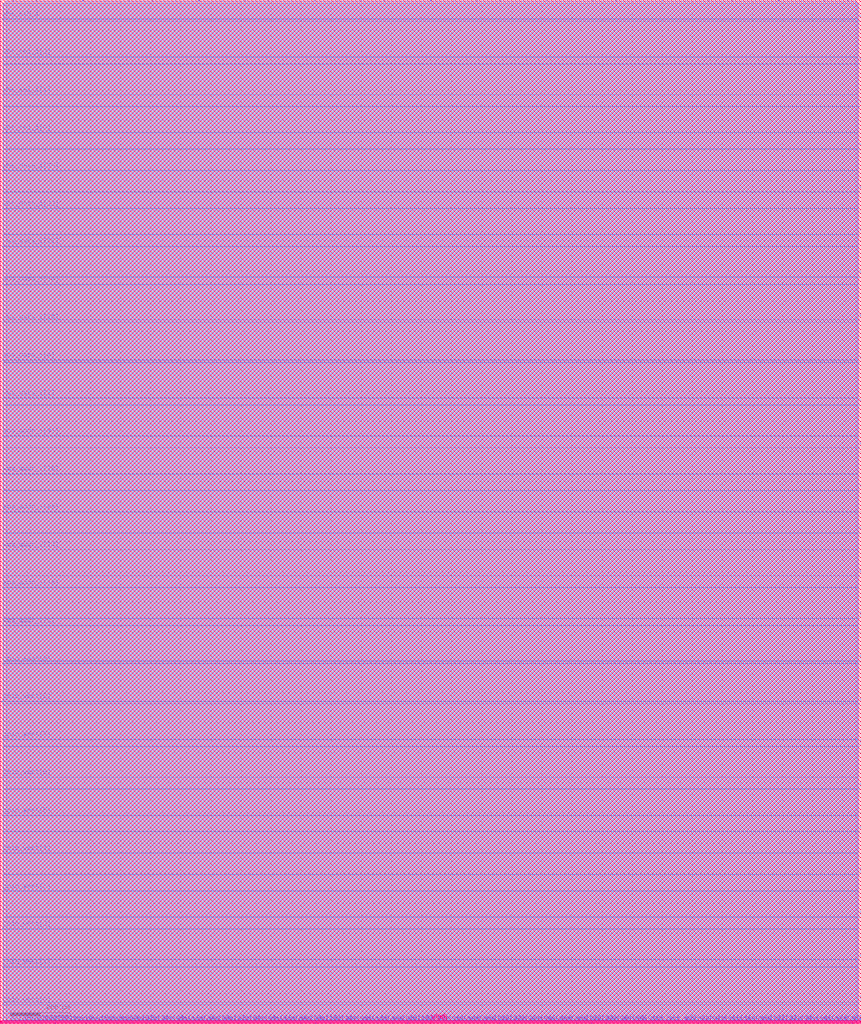
<source format=lef>
VERSION 5.7 ;
  NOWIREEXTENSIONATPIN ON ;
  DIVIDERCHAR "/" ;
  BUSBITCHARS "[]" ;
MACRO fpga
  CLASS BLOCK ;
  FOREIGN fpga ;
  ORIGIN 0.000 0.000 ;
  SIZE 2860.860 BY 3400.460 ;
  PIN gpio_east[0]
    DIRECTION INOUT ;
    PORT
      LAYER met3 ;
        RECT 2851.580 70.990 2855.580 71.590 ;
    END
  END gpio_east[0]
  PIN gpio_east[1]
    DIRECTION INOUT ;
    PORT
      LAYER met3 ;
        RECT 2851.580 212.430 2855.580 213.030 ;
    END
  END gpio_east[1]
  PIN gpio_east[2]
    DIRECTION INOUT ;
    PORT
      LAYER met3 ;
        RECT 2851.580 353.870 2855.580 354.470 ;
    END
  END gpio_east[2]
  PIN gpio_east[3]
    DIRECTION INOUT ;
    PORT
      LAYER met3 ;
        RECT 2851.580 495.990 2855.580 496.590 ;
    END
  END gpio_east[3]
  PIN gpio_east[4]
    DIRECTION INOUT ;
    PORT
      LAYER met3 ;
        RECT 2851.580 637.430 2855.580 638.030 ;
    END
  END gpio_east[4]
  PIN gpio_east[5]
    DIRECTION INOUT ;
    PORT
      LAYER met3 ;
        RECT 2851.580 778.870 2855.580 779.470 ;
    END
  END gpio_east[5]
  PIN gpio_east[6]
    DIRECTION INOUT ;
    PORT
      LAYER met3 ;
        RECT 2851.580 920.990 2855.580 921.590 ;
    END
  END gpio_east[6]
  PIN gpio_east[7]
    DIRECTION INOUT ;
    PORT
      LAYER met3 ;
        RECT 2851.580 1062.430 2855.580 1063.030 ;
    END
  END gpio_east[7]
  PIN gpio_east[8]
    DIRECTION INOUT ;
    PORT
      LAYER met3 ;
        RECT 2851.580 1203.870 2855.580 1204.470 ;
    END
  END gpio_east[8]
  PIN gpio_east[9]
    DIRECTION INOUT ;
    PORT
      LAYER met3 ;
        RECT 2851.580 1345.990 2855.580 1346.590 ;
    END
  END gpio_east[9]
  PIN gpio_north[0]
    DIRECTION INOUT ;
    PORT
      LAYER met2 ;
        RECT 43.850 3396.230 44.130 3400.230 ;
    END
  END gpio_north[0]
  PIN gpio_north[1]
    DIRECTION INOUT ;
    PORT
      LAYER met2 ;
        RECT 120.670 3396.230 120.950 3400.230 ;
    END
  END gpio_north[1]
  PIN gpio_north[2]
    DIRECTION INOUT ;
    PORT
      LAYER met2 ;
        RECT 197.490 3396.230 197.770 3400.230 ;
    END
  END gpio_north[2]
  PIN gpio_north[3]
    DIRECTION INOUT ;
    PORT
      LAYER met2 ;
        RECT 274.770 3396.230 275.050 3400.230 ;
    END
  END gpio_north[3]
  PIN gpio_north[4]
    DIRECTION INOUT ;
    PORT
      LAYER met2 ;
        RECT 351.590 3396.230 351.870 3400.230 ;
    END
  END gpio_north[4]
  PIN gpio_north[5]
    DIRECTION INOUT ;
    PORT
      LAYER met2 ;
        RECT 428.870 3396.230 429.150 3400.230 ;
    END
  END gpio_north[5]
  PIN gpio_north[6]
    DIRECTION INOUT ;
    PORT
      LAYER met2 ;
        RECT 505.690 3396.230 505.970 3400.230 ;
    END
  END gpio_north[6]
  PIN gpio_north[7]
    DIRECTION INOUT ;
    PORT
      LAYER met2 ;
        RECT 582.970 3396.230 583.250 3400.230 ;
    END
  END gpio_north[7]
  PIN gpio_north[8]
    DIRECTION INOUT ;
    PORT
      LAYER met2 ;
        RECT 659.790 3396.230 660.070 3400.230 ;
    END
  END gpio_north[8]
  PIN gpio_north[9]
    DIRECTION INOUT ;
    PORT
      LAYER met2 ;
        RECT 737.070 3396.230 737.350 3400.230 ;
    END
  END gpio_north[9]
  PIN gpio_south[0]
    DIRECTION INOUT ;
    PORT
      LAYER met2 ;
        RECT 30.970 0.230 31.250 4.230 ;
    END
  END gpio_south[0]
  PIN gpio_south[1]
    DIRECTION INOUT ;
    PORT
      LAYER met2 ;
        RECT 81.570 0.230 81.850 4.230 ;
    END
  END gpio_south[1]
  PIN gpio_south[2]
    DIRECTION INOUT ;
    PORT
      LAYER met2 ;
        RECT 132.630 0.230 132.910 4.230 ;
    END
  END gpio_south[2]
  PIN gpio_south[3]
    DIRECTION INOUT ;
    PORT
      LAYER met2 ;
        RECT 183.230 0.230 183.510 4.230 ;
    END
  END gpio_south[3]
  PIN gpio_south[4]
    DIRECTION INOUT ;
    PORT
      LAYER met2 ;
        RECT 234.290 0.230 234.570 4.230 ;
    END
  END gpio_south[4]
  PIN gpio_south[5]
    DIRECTION INOUT ;
    PORT
      LAYER met2 ;
        RECT 285.350 0.230 285.630 4.230 ;
    END
  END gpio_south[5]
  PIN gpio_south[6]
    DIRECTION INOUT ;
    PORT
      LAYER met2 ;
        RECT 335.950 0.230 336.230 4.230 ;
    END
  END gpio_south[6]
  PIN gpio_south[7]
    DIRECTION INOUT ;
    PORT
      LAYER met2 ;
        RECT 387.010 0.230 387.290 4.230 ;
    END
  END gpio_south[7]
  PIN gpio_west[0]
    DIRECTION INOUT ;
    PORT
      LAYER met3 ;
        RECT 5.580 62.830 9.580 63.430 ;
    END
  END gpio_west[0]
  PIN gpio_west[1]
    DIRECTION INOUT ;
    PORT
      LAYER met3 ;
        RECT 5.580 188.630 9.580 189.230 ;
    END
  END gpio_west[1]
  PIN gpio_west[2]
    DIRECTION INOUT ;
    PORT
      LAYER met3 ;
        RECT 5.580 314.430 9.580 315.030 ;
    END
  END gpio_west[2]
  PIN gpio_west[3]
    DIRECTION INOUT ;
    PORT
      LAYER met3 ;
        RECT 5.580 440.230 9.580 440.830 ;
    END
  END gpio_west[3]
  PIN gpio_west[4]
    DIRECTION INOUT ;
    PORT
      LAYER met3 ;
        RECT 5.580 566.030 9.580 566.630 ;
    END
  END gpio_west[4]
  PIN gpio_west[5]
    DIRECTION INOUT ;
    PORT
      LAYER met3 ;
        RECT 5.580 691.830 9.580 692.430 ;
    END
  END gpio_west[5]
  PIN gpio_west[6]
    DIRECTION INOUT ;
    PORT
      LAYER met3 ;
        RECT 5.580 818.310 9.580 818.910 ;
    END
  END gpio_west[6]
  PIN gpio_west[7]
    DIRECTION INOUT ;
    PORT
      LAYER met3 ;
        RECT 5.580 944.110 9.580 944.710 ;
    END
  END gpio_west[7]
  PIN gpio_west[8]
    DIRECTION INOUT ;
    PORT
      LAYER met3 ;
        RECT 5.580 1069.910 9.580 1070.510 ;
    END
  END gpio_west[8]
  PIN gpio_west[9]
    DIRECTION INOUT ;
    PORT
      LAYER met3 ;
        RECT 5.580 1195.710 9.580 1196.310 ;
    END
  END gpio_west[9]
  PIN wb_clk_i
    DIRECTION INPUT ;
    PORT
      LAYER met2 ;
        RECT 2066.470 0.230 2066.750 4.230 ;
    END
  END wb_clk_i
  PIN wb_rst_i
    DIRECTION INPUT ;
    PORT
      LAYER met2 ;
        RECT 2117.530 0.230 2117.810 4.230 ;
    END
  END wb_rst_i
  PIN wbs_ack_o
    DIRECTION OUTPUT TRISTATE ;
    PORT
      LAYER met2 ;
        RECT 2168.590 0.230 2168.870 4.230 ;
    END
  END wbs_ack_o
  PIN wbs_addr_i[0]
    DIRECTION INPUT ;
    PORT
      LAYER met2 ;
        RECT 2219.190 0.230 2219.470 4.230 ;
    END
  END wbs_addr_i[0]
  PIN wbs_addr_i[10]
    DIRECTION INPUT ;
    PORT
      LAYER met2 ;
        RECT 1198.910 3396.230 1199.190 3400.230 ;
    END
  END wbs_addr_i[10]
  PIN wbs_addr_i[11]
    DIRECTION INPUT ;
    PORT
      LAYER met2 ;
        RECT 1276.190 3396.230 1276.470 3400.230 ;
    END
  END wbs_addr_i[11]
  PIN wbs_addr_i[12]
    DIRECTION INPUT ;
    PORT
      LAYER met2 ;
        RECT 1353.010 3396.230 1353.290 3400.230 ;
    END
  END wbs_addr_i[12]
  PIN wbs_addr_i[13]
    DIRECTION INPUT ;
    PORT
      LAYER met3 ;
        RECT 5.580 1447.990 9.580 1448.590 ;
    END
  END wbs_addr_i[13]
  PIN wbs_addr_i[14]
    DIRECTION INPUT ;
    PORT
      LAYER met3 ;
        RECT 5.580 1573.790 9.580 1574.390 ;
    END
  END wbs_addr_i[14]
  PIN wbs_addr_i[15]
    DIRECTION INPUT ;
    PORT
      LAYER met2 ;
        RECT 1430.290 3396.230 1430.570 3400.230 ;
    END
  END wbs_addr_i[15]
  PIN wbs_addr_i[16]
    DIRECTION INPUT ;
    PORT
      LAYER met2 ;
        RECT 2371.910 0.230 2372.190 4.230 ;
    END
  END wbs_addr_i[16]
  PIN wbs_addr_i[17]
    DIRECTION INPUT ;
    PORT
      LAYER met2 ;
        RECT 2422.970 0.230 2423.250 4.230 ;
    END
  END wbs_addr_i[17]
  PIN wbs_addr_i[18]
    DIRECTION INPUT ;
    PORT
      LAYER met3 ;
        RECT 2851.580 1628.870 2855.580 1629.470 ;
    END
  END wbs_addr_i[18]
  PIN wbs_addr_i[19]
    DIRECTION INPUT ;
    PORT
      LAYER met3 ;
        RECT 2851.580 1770.990 2855.580 1771.590 ;
    END
  END wbs_addr_i[19]
  PIN wbs_addr_i[1]
    DIRECTION INPUT ;
    PORT
      LAYER met2 ;
        RECT 2270.250 0.230 2270.530 4.230 ;
    END
  END wbs_addr_i[1]
  PIN wbs_addr_i[20]
    DIRECTION INPUT ;
    PORT
      LAYER met2 ;
        RECT 1507.110 3396.230 1507.390 3400.230 ;
    END
  END wbs_addr_i[20]
  PIN wbs_addr_i[21]
    DIRECTION INPUT ;
    PORT
      LAYER met2 ;
        RECT 1584.390 3396.230 1584.670 3400.230 ;
    END
  END wbs_addr_i[21]
  PIN wbs_addr_i[22]
    DIRECTION INPUT ;
    PORT
      LAYER met2 ;
        RECT 1661.210 3396.230 1661.490 3400.230 ;
    END
  END wbs_addr_i[22]
  PIN wbs_addr_i[23]
    DIRECTION INPUT ;
    PORT
      LAYER met3 ;
        RECT 5.580 1699.590 9.580 1700.190 ;
    END
  END wbs_addr_i[23]
  PIN wbs_addr_i[24]
    DIRECTION INPUT ;
    PORT
      LAYER met3 ;
        RECT 2851.580 1912.430 2855.580 1913.030 ;
    END
  END wbs_addr_i[24]
  PIN wbs_addr_i[25]
    DIRECTION INPUT ;
    PORT
      LAYER met2 ;
        RECT 1738.490 3396.230 1738.770 3400.230 ;
    END
  END wbs_addr_i[25]
  PIN wbs_addr_i[26]
    DIRECTION INPUT ;
    PORT
      LAYER met2 ;
        RECT 1815.310 3396.230 1815.590 3400.230 ;
    END
  END wbs_addr_i[26]
  PIN wbs_addr_i[27]
    DIRECTION INPUT ;
    PORT
      LAYER met2 ;
        RECT 1892.590 3396.230 1892.870 3400.230 ;
    END
  END wbs_addr_i[27]
  PIN wbs_addr_i[28]
    DIRECTION INPUT ;
    PORT
      LAYER met3 ;
        RECT 5.580 1825.390 9.580 1825.990 ;
    END
  END wbs_addr_i[28]
  PIN wbs_addr_i[29]
    DIRECTION INPUT ;
    PORT
      LAYER met2 ;
        RECT 1969.410 3396.230 1969.690 3400.230 ;
    END
  END wbs_addr_i[29]
  PIN wbs_addr_i[2]
    DIRECTION INPUT ;
    PORT
      LAYER met2 ;
        RECT 813.890 3396.230 814.170 3400.230 ;
    END
  END wbs_addr_i[2]
  PIN wbs_addr_i[30]
    DIRECTION INPUT ;
    PORT
      LAYER met3 ;
        RECT 2851.580 2053.870 2855.580 2054.470 ;
    END
  END wbs_addr_i[30]
  PIN wbs_addr_i[31]
    DIRECTION INPUT ;
    PORT
      LAYER met3 ;
        RECT 5.580 1951.190 9.580 1951.790 ;
    END
  END wbs_addr_i[31]
  PIN wbs_addr_i[3]
    DIRECTION INPUT ;
    PORT
      LAYER met2 ;
        RECT 2320.850 0.230 2321.130 4.230 ;
    END
  END wbs_addr_i[3]
  PIN wbs_addr_i[4]
    DIRECTION INPUT ;
    PORT
      LAYER met2 ;
        RECT 891.170 3396.230 891.450 3400.230 ;
    END
  END wbs_addr_i[4]
  PIN wbs_addr_i[5]
    DIRECTION INPUT ;
    PORT
      LAYER met3 ;
        RECT 5.580 1321.510 9.580 1322.110 ;
    END
  END wbs_addr_i[5]
  PIN wbs_addr_i[6]
    DIRECTION INPUT ;
    PORT
      LAYER met2 ;
        RECT 967.990 3396.230 968.270 3400.230 ;
    END
  END wbs_addr_i[6]
  PIN wbs_addr_i[7]
    DIRECTION INPUT ;
    PORT
      LAYER met2 ;
        RECT 1044.810 3396.230 1045.090 3400.230 ;
    END
  END wbs_addr_i[7]
  PIN wbs_addr_i[8]
    DIRECTION INPUT ;
    PORT
      LAYER met3 ;
        RECT 2851.580 1487.430 2855.580 1488.030 ;
    END
  END wbs_addr_i[8]
  PIN wbs_addr_i[9]
    DIRECTION INPUT ;
    PORT
      LAYER met2 ;
        RECT 1122.090 3396.230 1122.370 3400.230 ;
    END
  END wbs_addr_i[9]
  PIN wbs_cyc_i
    DIRECTION INPUT ;
    PORT
      LAYER met3 ;
        RECT 2851.580 2195.990 2855.580 2196.590 ;
    END
  END wbs_cyc_i
  PIN wbs_data_i[0]
    DIRECTION INPUT ;
    PORT
      LAYER met3 ;
        RECT 2851.580 2337.430 2855.580 2338.030 ;
    END
  END wbs_data_i[0]
  PIN wbs_data_i[10]
    DIRECTION INPUT ;
    PORT
      LAYER met3 ;
        RECT 5.580 2329.270 9.580 2329.870 ;
    END
  END wbs_data_i[10]
  PIN wbs_data_i[11]
    DIRECTION INPUT ;
    PORT
      LAYER met2 ;
        RECT 2354.430 3396.230 2354.710 3400.230 ;
    END
  END wbs_data_i[11]
  PIN wbs_data_i[12]
    DIRECTION INPUT ;
    PORT
      LAYER met3 ;
        RECT 2851.580 2620.990 2855.580 2621.590 ;
    END
  END wbs_data_i[12]
  PIN wbs_data_i[13]
    DIRECTION INPUT ;
    PORT
      LAYER met2 ;
        RECT 2431.710 3396.230 2431.990 3400.230 ;
    END
  END wbs_data_i[13]
  PIN wbs_data_i[14]
    DIRECTION INPUT ;
    PORT
      LAYER met3 ;
        RECT 5.580 2455.070 9.580 2455.670 ;
    END
  END wbs_data_i[14]
  PIN wbs_data_i[15]
    DIRECTION INPUT ;
    PORT
      LAYER met2 ;
        RECT 2508.530 3396.230 2508.810 3400.230 ;
    END
  END wbs_data_i[15]
  PIN wbs_data_i[16]
    DIRECTION INPUT ;
    PORT
      LAYER met2 ;
        RECT 2575.690 0.230 2575.970 4.230 ;
    END
  END wbs_data_i[16]
  PIN wbs_data_i[17]
    DIRECTION INPUT ;
    PORT
      LAYER met2 ;
        RECT 2626.290 0.230 2626.570 4.230 ;
    END
  END wbs_data_i[17]
  PIN wbs_data_i[18]
    DIRECTION INPUT ;
    PORT
      LAYER met2 ;
        RECT 2677.350 0.230 2677.630 4.230 ;
    END
  END wbs_data_i[18]
  PIN wbs_data_i[19]
    DIRECTION INPUT ;
    PORT
      LAYER met3 ;
        RECT 2851.580 2762.430 2855.580 2763.030 ;
    END
  END wbs_data_i[19]
  PIN wbs_data_i[1]
    DIRECTION INPUT ;
    PORT
      LAYER met3 ;
        RECT 5.580 2076.990 9.580 2077.590 ;
    END
  END wbs_data_i[1]
  PIN wbs_data_i[20]
    DIRECTION INPUT ;
    PORT
      LAYER met3 ;
        RECT 2851.580 2903.870 2855.580 2904.470 ;
    END
  END wbs_data_i[20]
  PIN wbs_data_i[21]
    DIRECTION INPUT ;
    PORT
      LAYER met3 ;
        RECT 5.580 2580.870 9.580 2581.470 ;
    END
  END wbs_data_i[21]
  PIN wbs_data_i[22]
    DIRECTION INPUT ;
    PORT
      LAYER met3 ;
        RECT 5.580 2706.670 9.580 2707.270 ;
    END
  END wbs_data_i[22]
  PIN wbs_data_i[23]
    DIRECTION INPUT ;
    PORT
      LAYER met2 ;
        RECT 2728.410 0.230 2728.690 4.230 ;
    END
  END wbs_data_i[23]
  PIN wbs_data_i[24]
    DIRECTION INPUT ;
    PORT
      LAYER met3 ;
        RECT 2851.580 3045.990 2855.580 3046.590 ;
    END
  END wbs_data_i[24]
  PIN wbs_data_i[25]
    DIRECTION INPUT ;
    PORT
      LAYER met2 ;
        RECT 2585.810 3396.230 2586.090 3400.230 ;
    END
  END wbs_data_i[25]
  PIN wbs_data_i[26]
    DIRECTION INPUT ;
    PORT
      LAYER met2 ;
        RECT 2779.010 0.230 2779.290 4.230 ;
    END
  END wbs_data_i[26]
  PIN wbs_data_i[27]
    DIRECTION INPUT ;
    PORT
      LAYER met2 ;
        RECT 2662.630 3396.230 2662.910 3400.230 ;
    END
  END wbs_data_i[27]
  PIN wbs_data_i[28]
    DIRECTION INPUT ;
    PORT
      LAYER met2 ;
        RECT 2739.910 3396.230 2740.190 3400.230 ;
    END
  END wbs_data_i[28]
  PIN wbs_data_i[29]
    DIRECTION INPUT ;
    PORT
      LAYER met2 ;
        RECT 2830.070 0.230 2830.350 4.230 ;
    END
  END wbs_data_i[29]
  PIN wbs_data_i[2]
    DIRECTION INPUT ;
    PORT
      LAYER met2 ;
        RECT 2046.230 3396.230 2046.510 3400.230 ;
    END
  END wbs_data_i[2]
  PIN wbs_data_i[30]
    DIRECTION INPUT ;
    PORT
      LAYER met3 ;
        RECT 5.580 2833.150 9.580 2833.750 ;
    END
  END wbs_data_i[30]
  PIN wbs_data_i[31]
    DIRECTION INPUT ;
    PORT
      LAYER met2 ;
        RECT 2816.730 3396.230 2817.010 3400.230 ;
    END
  END wbs_data_i[31]
  PIN wbs_data_i[3]
    DIRECTION INPUT ;
    PORT
      LAYER met2 ;
        RECT 2473.570 0.230 2473.850 4.230 ;
    END
  END wbs_data_i[3]
  PIN wbs_data_i[4]
    DIRECTION INPUT ;
    PORT
      LAYER met3 ;
        RECT 5.580 2203.470 9.580 2204.070 ;
    END
  END wbs_data_i[4]
  PIN wbs_data_i[5]
    DIRECTION INPUT ;
    PORT
      LAYER met2 ;
        RECT 2123.510 3396.230 2123.790 3400.230 ;
    END
  END wbs_data_i[5]
  PIN wbs_data_i[6]
    DIRECTION INPUT ;
    PORT
      LAYER met2 ;
        RECT 2200.330 3396.230 2200.610 3400.230 ;
    END
  END wbs_data_i[6]
  PIN wbs_data_i[7]
    DIRECTION INPUT ;
    PORT
      LAYER met2 ;
        RECT 2524.630 0.230 2524.910 4.230 ;
    END
  END wbs_data_i[7]
  PIN wbs_data_i[8]
    DIRECTION INPUT ;
    PORT
      LAYER met3 ;
        RECT 2851.580 2478.870 2855.580 2479.470 ;
    END
  END wbs_data_i[8]
  PIN wbs_data_i[9]
    DIRECTION INPUT ;
    PORT
      LAYER met2 ;
        RECT 2277.610 3396.230 2277.890 3400.230 ;
    END
  END wbs_data_i[9]
  PIN wbs_data_o[0]
    DIRECTION OUTPUT TRISTATE ;
    PORT
      LAYER met2 ;
        RECT 438.070 0.230 438.350 4.230 ;
    END
  END wbs_data_o[0]
  PIN wbs_data_o[10]
    DIRECTION OUTPUT TRISTATE ;
    PORT
      LAYER met2 ;
        RECT 946.830 0.230 947.110 4.230 ;
    END
  END wbs_data_o[10]
  PIN wbs_data_o[11]
    DIRECTION OUTPUT TRISTATE ;
    PORT
      LAYER met2 ;
        RECT 997.890 0.230 998.170 4.230 ;
    END
  END wbs_data_o[11]
  PIN wbs_data_o[12]
    DIRECTION OUTPUT TRISTATE ;
    PORT
      LAYER met2 ;
        RECT 1048.490 0.230 1048.770 4.230 ;
    END
  END wbs_data_o[12]
  PIN wbs_data_o[13]
    DIRECTION OUTPUT TRISTATE ;
    PORT
      LAYER met2 ;
        RECT 1099.550 0.230 1099.830 4.230 ;
    END
  END wbs_data_o[13]
  PIN wbs_data_o[14]
    DIRECTION OUTPUT TRISTATE ;
    PORT
      LAYER met2 ;
        RECT 1150.610 0.230 1150.890 4.230 ;
    END
  END wbs_data_o[14]
  PIN wbs_data_o[15]
    DIRECTION OUTPUT TRISTATE ;
    PORT
      LAYER met2 ;
        RECT 1201.210 0.230 1201.490 4.230 ;
    END
  END wbs_data_o[15]
  PIN wbs_data_o[16]
    DIRECTION OUTPUT TRISTATE ;
    PORT
      LAYER met2 ;
        RECT 1252.270 0.230 1252.550 4.230 ;
    END
  END wbs_data_o[16]
  PIN wbs_data_o[17]
    DIRECTION OUTPUT TRISTATE ;
    PORT
      LAYER met2 ;
        RECT 1303.330 0.230 1303.610 4.230 ;
    END
  END wbs_data_o[17]
  PIN wbs_data_o[18]
    DIRECTION OUTPUT TRISTATE ;
    PORT
      LAYER met2 ;
        RECT 1353.930 0.230 1354.210 4.230 ;
    END
  END wbs_data_o[18]
  PIN wbs_data_o[19]
    DIRECTION OUTPUT TRISTATE ;
    PORT
      LAYER met2 ;
        RECT 1404.990 0.230 1405.270 4.230 ;
    END
  END wbs_data_o[19]
  PIN wbs_data_o[1]
    DIRECTION OUTPUT TRISTATE ;
    PORT
      LAYER met2 ;
        RECT 488.670 0.230 488.950 4.230 ;
    END
  END wbs_data_o[1]
  PIN wbs_data_o[20]
    DIRECTION OUTPUT TRISTATE ;
    PORT
      LAYER met2 ;
        RECT 1456.050 0.230 1456.330 4.230 ;
    END
  END wbs_data_o[20]
  PIN wbs_data_o[21]
    DIRECTION OUTPUT TRISTATE ;
    PORT
      LAYER met2 ;
        RECT 1506.650 0.230 1506.930 4.230 ;
    END
  END wbs_data_o[21]
  PIN wbs_data_o[22]
    DIRECTION OUTPUT TRISTATE ;
    PORT
      LAYER met2 ;
        RECT 1557.710 0.230 1557.990 4.230 ;
    END
  END wbs_data_o[22]
  PIN wbs_data_o[23]
    DIRECTION OUTPUT TRISTATE ;
    PORT
      LAYER met2 ;
        RECT 1608.310 0.230 1608.590 4.230 ;
    END
  END wbs_data_o[23]
  PIN wbs_data_o[24]
    DIRECTION OUTPUT TRISTATE ;
    PORT
      LAYER met2 ;
        RECT 1659.370 0.230 1659.650 4.230 ;
    END
  END wbs_data_o[24]
  PIN wbs_data_o[25]
    DIRECTION OUTPUT TRISTATE ;
    PORT
      LAYER met2 ;
        RECT 1710.430 0.230 1710.710 4.230 ;
    END
  END wbs_data_o[25]
  PIN wbs_data_o[26]
    DIRECTION OUTPUT TRISTATE ;
    PORT
      LAYER met2 ;
        RECT 1761.030 0.230 1761.310 4.230 ;
    END
  END wbs_data_o[26]
  PIN wbs_data_o[27]
    DIRECTION OUTPUT TRISTATE ;
    PORT
      LAYER met2 ;
        RECT 1812.090 0.230 1812.370 4.230 ;
    END
  END wbs_data_o[27]
  PIN wbs_data_o[28]
    DIRECTION OUTPUT TRISTATE ;
    PORT
      LAYER met2 ;
        RECT 1863.150 0.230 1863.430 4.230 ;
    END
  END wbs_data_o[28]
  PIN wbs_data_o[29]
    DIRECTION OUTPUT TRISTATE ;
    PORT
      LAYER met2 ;
        RECT 1913.750 0.230 1914.030 4.230 ;
    END
  END wbs_data_o[29]
  PIN wbs_data_o[2]
    DIRECTION OUTPUT TRISTATE ;
    PORT
      LAYER met2 ;
        RECT 539.730 0.230 540.010 4.230 ;
    END
  END wbs_data_o[2]
  PIN wbs_data_o[30]
    DIRECTION OUTPUT TRISTATE ;
    PORT
      LAYER met2 ;
        RECT 1964.810 0.230 1965.090 4.230 ;
    END
  END wbs_data_o[30]
  PIN wbs_data_o[31]
    DIRECTION OUTPUT TRISTATE ;
    PORT
      LAYER met2 ;
        RECT 2015.870 0.230 2016.150 4.230 ;
    END
  END wbs_data_o[31]
  PIN wbs_data_o[3]
    DIRECTION OUTPUT TRISTATE ;
    PORT
      LAYER met2 ;
        RECT 590.790 0.230 591.070 4.230 ;
    END
  END wbs_data_o[3]
  PIN wbs_data_o[4]
    DIRECTION OUTPUT TRISTATE ;
    PORT
      LAYER met2 ;
        RECT 641.390 0.230 641.670 4.230 ;
    END
  END wbs_data_o[4]
  PIN wbs_data_o[5]
    DIRECTION OUTPUT TRISTATE ;
    PORT
      LAYER met2 ;
        RECT 692.450 0.230 692.730 4.230 ;
    END
  END wbs_data_o[5]
  PIN wbs_data_o[6]
    DIRECTION OUTPUT TRISTATE ;
    PORT
      LAYER met2 ;
        RECT 743.510 0.230 743.790 4.230 ;
    END
  END wbs_data_o[6]
  PIN wbs_data_o[7]
    DIRECTION OUTPUT TRISTATE ;
    PORT
      LAYER met2 ;
        RECT 794.110 0.230 794.390 4.230 ;
    END
  END wbs_data_o[7]
  PIN wbs_data_o[8]
    DIRECTION OUTPUT TRISTATE ;
    PORT
      LAYER met2 ;
        RECT 845.170 0.230 845.450 4.230 ;
    END
  END wbs_data_o[8]
  PIN wbs_data_o[9]
    DIRECTION OUTPUT TRISTATE ;
    PORT
      LAYER met2 ;
        RECT 895.770 0.230 896.050 4.230 ;
    END
  END wbs_data_o[9]
  PIN wbs_sel_i[0]
    DIRECTION INPUT ;
    PORT
      LAYER met3 ;
        RECT 5.580 2958.950 9.580 2959.550 ;
    END
  END wbs_sel_i[0]
  PIN wbs_sel_i[1]
    DIRECTION INPUT ;
    PORT
      LAYER met3 ;
        RECT 5.580 3084.750 9.580 3085.350 ;
    END
  END wbs_sel_i[1]
  PIN wbs_sel_i[2]
    DIRECTION INPUT ;
    PORT
      LAYER met3 ;
        RECT 5.580 3210.550 9.580 3211.150 ;
    END
  END wbs_sel_i[2]
  PIN wbs_sel_i[3]
    DIRECTION INPUT ;
    PORT
      LAYER met3 ;
        RECT 2851.580 3187.430 2855.580 3188.030 ;
    END
  END wbs_sel_i[3]
  PIN wbs_stb_i
    DIRECTION INPUT ;
    PORT
      LAYER met3 ;
        RECT 5.580 3336.350 9.580 3336.950 ;
    END
  END wbs_stb_i
  PIN wbs_we_i
    DIRECTION INPUT ;
    PORT
      LAYER met3 ;
        RECT 2851.580 3328.870 2855.580 3329.470 ;
    END
  END wbs_we_i
  PIN VPWR
    DIRECTION INPUT ;
    USE POWER ;
    PORT
      LAYER met5 ;
        RECT 4.600 4.610 2856.260 7.610 ;
    END
  END VPWR
  PIN VGND
    DIRECTION INPUT ;
    USE GROUND ;
    PORT
      LAYER met5 ;
        RECT 0.000 0.010 2860.860 3.010 ;
    END
  END VGND
  OBS
      LAYER li1 ;
        RECT 11.100 11.025 2849.760 3389.435 ;
      LAYER met1 ;
        RECT 11.100 10.870 2849.760 3389.590 ;
      LAYER met2 ;
        RECT 19.930 3395.950 43.570 3396.230 ;
        RECT 44.410 3395.950 120.390 3396.230 ;
        RECT 121.230 3395.950 197.210 3396.230 ;
        RECT 198.050 3395.950 274.490 3396.230 ;
        RECT 275.330 3395.950 351.310 3396.230 ;
        RECT 352.150 3395.950 428.590 3396.230 ;
        RECT 429.430 3395.950 505.410 3396.230 ;
        RECT 506.250 3395.950 582.690 3396.230 ;
        RECT 583.530 3395.950 659.510 3396.230 ;
        RECT 660.350 3395.950 736.790 3396.230 ;
        RECT 737.630 3395.950 813.610 3396.230 ;
        RECT 814.450 3395.950 890.890 3396.230 ;
        RECT 891.730 3395.950 967.710 3396.230 ;
        RECT 968.550 3395.950 1044.530 3396.230 ;
        RECT 1045.370 3395.950 1121.810 3396.230 ;
        RECT 1122.650 3395.950 1198.630 3396.230 ;
        RECT 1199.470 3395.950 1275.910 3396.230 ;
        RECT 1276.750 3395.950 1352.730 3396.230 ;
        RECT 1353.570 3395.950 1430.010 3396.230 ;
        RECT 1430.850 3395.950 1506.830 3396.230 ;
        RECT 1507.670 3395.950 1584.110 3396.230 ;
        RECT 1584.950 3395.950 1660.930 3396.230 ;
        RECT 1661.770 3395.950 1738.210 3396.230 ;
        RECT 1739.050 3395.950 1815.030 3396.230 ;
        RECT 1815.870 3395.950 1892.310 3396.230 ;
        RECT 1893.150 3395.950 1969.130 3396.230 ;
        RECT 1969.970 3395.950 2045.950 3396.230 ;
        RECT 2046.790 3395.950 2123.230 3396.230 ;
        RECT 2124.070 3395.950 2200.050 3396.230 ;
        RECT 2200.890 3395.950 2277.330 3396.230 ;
        RECT 2278.170 3395.950 2354.150 3396.230 ;
        RECT 2354.990 3395.950 2431.430 3396.230 ;
        RECT 2432.270 3395.950 2508.250 3396.230 ;
        RECT 2509.090 3395.950 2585.530 3396.230 ;
        RECT 2586.370 3395.950 2662.350 3396.230 ;
        RECT 2663.190 3395.950 2739.630 3396.230 ;
        RECT 2740.470 3395.950 2816.450 3396.230 ;
        RECT 2817.290 3395.950 2844.160 3396.230 ;
        RECT 19.930 4.510 2844.160 3395.950 ;
        RECT 19.930 4.230 30.690 4.510 ;
        RECT 31.530 4.230 81.290 4.510 ;
        RECT 82.130 4.230 132.350 4.510 ;
        RECT 133.190 4.230 182.950 4.510 ;
        RECT 183.790 4.230 234.010 4.510 ;
        RECT 234.850 4.230 285.070 4.510 ;
        RECT 285.910 4.230 335.670 4.510 ;
        RECT 336.510 4.230 386.730 4.510 ;
        RECT 387.570 4.230 437.790 4.510 ;
        RECT 438.630 4.230 488.390 4.510 ;
        RECT 489.230 4.230 539.450 4.510 ;
        RECT 540.290 4.230 590.510 4.510 ;
        RECT 591.350 4.230 641.110 4.510 ;
        RECT 641.950 4.230 692.170 4.510 ;
        RECT 693.010 4.230 743.230 4.510 ;
        RECT 744.070 4.230 793.830 4.510 ;
        RECT 794.670 4.230 844.890 4.510 ;
        RECT 845.730 4.230 895.490 4.510 ;
        RECT 896.330 4.230 946.550 4.510 ;
        RECT 947.390 4.230 997.610 4.510 ;
        RECT 998.450 4.230 1048.210 4.510 ;
        RECT 1049.050 4.230 1099.270 4.510 ;
        RECT 1100.110 4.230 1150.330 4.510 ;
        RECT 1151.170 4.230 1200.930 4.510 ;
        RECT 1201.770 4.230 1251.990 4.510 ;
        RECT 1252.830 4.230 1303.050 4.510 ;
        RECT 1303.890 4.230 1353.650 4.510 ;
        RECT 1354.490 4.230 1404.710 4.510 ;
        RECT 1405.550 4.230 1455.770 4.510 ;
        RECT 1456.610 4.230 1506.370 4.510 ;
        RECT 1507.210 4.230 1557.430 4.510 ;
        RECT 1558.270 4.230 1608.030 4.510 ;
        RECT 1608.870 4.230 1659.090 4.510 ;
        RECT 1659.930 4.230 1710.150 4.510 ;
        RECT 1710.990 4.230 1760.750 4.510 ;
        RECT 1761.590 4.230 1811.810 4.510 ;
        RECT 1812.650 4.230 1862.870 4.510 ;
        RECT 1863.710 4.230 1913.470 4.510 ;
        RECT 1914.310 4.230 1964.530 4.510 ;
        RECT 1965.370 4.230 2015.590 4.510 ;
        RECT 2016.430 4.230 2066.190 4.510 ;
        RECT 2067.030 4.230 2117.250 4.510 ;
        RECT 2118.090 4.230 2168.310 4.510 ;
        RECT 2169.150 4.230 2218.910 4.510 ;
        RECT 2219.750 4.230 2269.970 4.510 ;
        RECT 2270.810 4.230 2320.570 4.510 ;
        RECT 2321.410 4.230 2371.630 4.510 ;
        RECT 2372.470 4.230 2422.690 4.510 ;
        RECT 2423.530 4.230 2473.290 4.510 ;
        RECT 2474.130 4.230 2524.350 4.510 ;
        RECT 2525.190 4.230 2575.410 4.510 ;
        RECT 2576.250 4.230 2626.010 4.510 ;
        RECT 2626.850 4.230 2677.070 4.510 ;
        RECT 2677.910 4.230 2728.130 4.510 ;
        RECT 2728.970 4.230 2778.730 4.510 ;
        RECT 2779.570 4.230 2829.790 4.510 ;
        RECT 2830.630 4.230 2844.160 4.510 ;
      LAYER met3 ;
        RECT 9.580 3337.350 2851.580 3389.515 ;
        RECT 9.980 3335.950 2851.580 3337.350 ;
        RECT 9.580 3329.870 2851.580 3335.950 ;
        RECT 9.580 3328.470 2851.180 3329.870 ;
        RECT 9.580 3211.550 2851.580 3328.470 ;
        RECT 9.980 3210.150 2851.580 3211.550 ;
        RECT 9.580 3188.430 2851.580 3210.150 ;
        RECT 9.580 3187.030 2851.180 3188.430 ;
        RECT 9.580 3085.750 2851.580 3187.030 ;
        RECT 9.980 3084.350 2851.580 3085.750 ;
        RECT 9.580 3046.990 2851.580 3084.350 ;
        RECT 9.580 3045.590 2851.180 3046.990 ;
        RECT 9.580 2959.950 2851.580 3045.590 ;
        RECT 9.980 2958.550 2851.580 2959.950 ;
        RECT 9.580 2904.870 2851.580 2958.550 ;
        RECT 9.580 2903.470 2851.180 2904.870 ;
        RECT 9.580 2834.150 2851.580 2903.470 ;
        RECT 9.980 2832.750 2851.580 2834.150 ;
        RECT 9.580 2763.430 2851.580 2832.750 ;
        RECT 9.580 2762.030 2851.180 2763.430 ;
        RECT 9.580 2707.670 2851.580 2762.030 ;
        RECT 9.980 2706.270 2851.580 2707.670 ;
        RECT 9.580 2621.990 2851.580 2706.270 ;
        RECT 9.580 2620.590 2851.180 2621.990 ;
        RECT 9.580 2581.870 2851.580 2620.590 ;
        RECT 9.980 2580.470 2851.580 2581.870 ;
        RECT 9.580 2479.870 2851.580 2580.470 ;
        RECT 9.580 2478.470 2851.180 2479.870 ;
        RECT 9.580 2456.070 2851.580 2478.470 ;
        RECT 9.980 2454.670 2851.580 2456.070 ;
        RECT 9.580 2338.430 2851.580 2454.670 ;
        RECT 9.580 2337.030 2851.180 2338.430 ;
        RECT 9.580 2330.270 2851.580 2337.030 ;
        RECT 9.980 2328.870 2851.580 2330.270 ;
        RECT 9.580 2204.470 2851.580 2328.870 ;
        RECT 9.980 2203.070 2851.580 2204.470 ;
        RECT 9.580 2196.990 2851.580 2203.070 ;
        RECT 9.580 2195.590 2851.180 2196.990 ;
        RECT 9.580 2077.990 2851.580 2195.590 ;
        RECT 9.980 2076.590 2851.580 2077.990 ;
        RECT 9.580 2054.870 2851.580 2076.590 ;
        RECT 9.580 2053.470 2851.180 2054.870 ;
        RECT 9.580 1952.190 2851.580 2053.470 ;
        RECT 9.980 1950.790 2851.580 1952.190 ;
        RECT 9.580 1913.430 2851.580 1950.790 ;
        RECT 9.580 1912.030 2851.180 1913.430 ;
        RECT 9.580 1826.390 2851.580 1912.030 ;
        RECT 9.980 1824.990 2851.580 1826.390 ;
        RECT 9.580 1771.990 2851.580 1824.990 ;
        RECT 9.580 1770.590 2851.180 1771.990 ;
        RECT 9.580 1700.590 2851.580 1770.590 ;
        RECT 9.980 1699.190 2851.580 1700.590 ;
        RECT 9.580 1629.870 2851.580 1699.190 ;
        RECT 9.580 1628.470 2851.180 1629.870 ;
        RECT 9.580 1574.790 2851.580 1628.470 ;
        RECT 9.980 1573.390 2851.580 1574.790 ;
        RECT 9.580 1488.430 2851.580 1573.390 ;
        RECT 9.580 1487.030 2851.180 1488.430 ;
        RECT 9.580 1448.990 2851.580 1487.030 ;
        RECT 9.980 1447.590 2851.580 1448.990 ;
        RECT 9.580 1346.990 2851.580 1447.590 ;
        RECT 9.580 1345.590 2851.180 1346.990 ;
        RECT 9.580 1322.510 2851.580 1345.590 ;
        RECT 9.980 1321.110 2851.580 1322.510 ;
        RECT 9.580 1204.870 2851.580 1321.110 ;
        RECT 9.580 1203.470 2851.180 1204.870 ;
        RECT 9.580 1196.710 2851.580 1203.470 ;
        RECT 9.980 1195.310 2851.580 1196.710 ;
        RECT 9.580 1070.910 2851.580 1195.310 ;
        RECT 9.980 1069.510 2851.580 1070.910 ;
        RECT 9.580 1063.430 2851.580 1069.510 ;
        RECT 9.580 1062.030 2851.180 1063.430 ;
        RECT 9.580 945.110 2851.580 1062.030 ;
        RECT 9.980 943.710 2851.580 945.110 ;
        RECT 9.580 921.990 2851.580 943.710 ;
        RECT 9.580 920.590 2851.180 921.990 ;
        RECT 9.580 819.310 2851.580 920.590 ;
        RECT 9.980 817.910 2851.580 819.310 ;
        RECT 9.580 779.870 2851.580 817.910 ;
        RECT 9.580 778.470 2851.180 779.870 ;
        RECT 9.580 692.830 2851.580 778.470 ;
        RECT 9.980 691.430 2851.580 692.830 ;
        RECT 9.580 638.430 2851.580 691.430 ;
        RECT 9.580 637.030 2851.180 638.430 ;
        RECT 9.580 567.030 2851.580 637.030 ;
        RECT 9.980 565.630 2851.580 567.030 ;
        RECT 9.580 496.990 2851.580 565.630 ;
        RECT 9.580 495.590 2851.180 496.990 ;
        RECT 9.580 441.230 2851.580 495.590 ;
        RECT 9.980 439.830 2851.580 441.230 ;
        RECT 9.580 354.870 2851.580 439.830 ;
        RECT 9.580 353.470 2851.180 354.870 ;
        RECT 9.580 315.430 2851.580 353.470 ;
        RECT 9.980 314.030 2851.580 315.430 ;
        RECT 9.580 213.430 2851.580 314.030 ;
        RECT 9.580 212.030 2851.180 213.430 ;
        RECT 9.580 189.630 2851.580 212.030 ;
        RECT 9.980 188.230 2851.580 189.630 ;
        RECT 9.580 71.990 2851.580 188.230 ;
        RECT 9.580 70.590 2851.180 71.990 ;
        RECT 9.580 63.830 2851.580 70.590 ;
        RECT 9.980 62.430 2851.580 63.830 ;
        RECT 9.580 10.945 2851.580 62.430 ;
      LAYER met4 ;
        RECT 0.000 0.010 2860.860 3400.450 ;
      LAYER met5 ;
        RECT 0.000 9.210 2860.860 3400.460 ;
        RECT 0.000 4.610 3.000 9.210 ;
        RECT 2857.860 4.610 2860.860 9.210 ;
  END
END fpga
END LIBRARY


</source>
